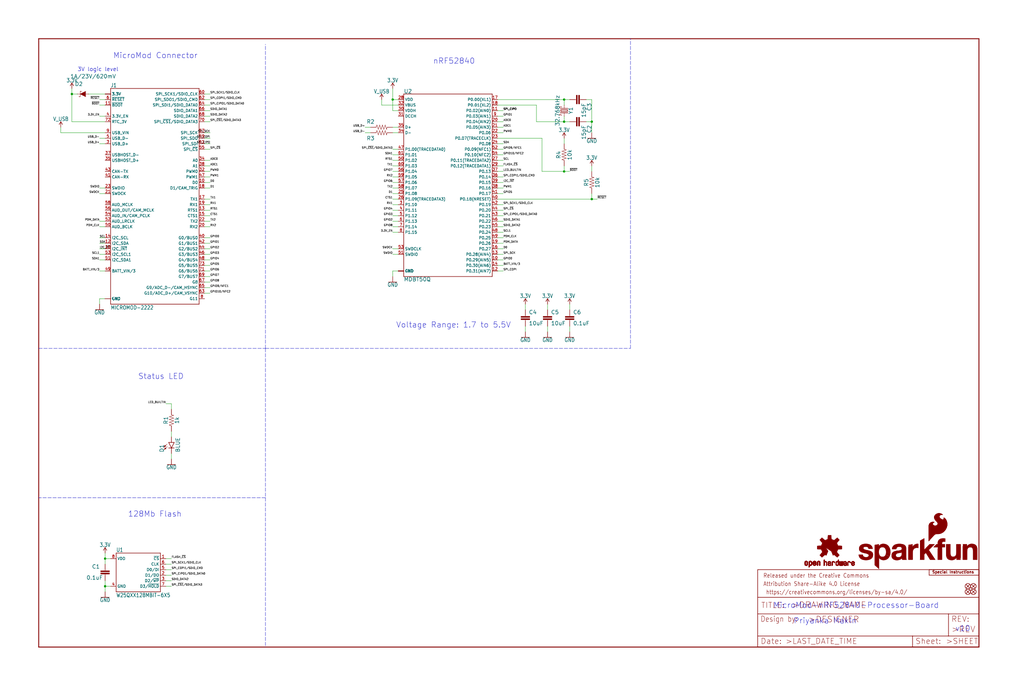
<source format=kicad_sch>
(kicad_sch (version 20211123) (generator eeschema)
  (paper "User" 470.306 317.906)
  (lib_symbols
    (symbol "eagleSchem-eagle-import:0.1UF-0402T-16V-10%"
      (property "Reference" "C" (at 1.524 2.921 0))
      (property "Value" "0.1UF-0402T-16V-10%" (at 1.524 -2.159 0))
      (symbol "0.1UF-0402T-16V-10%_1_0"
        (pin passive line (at 0 5.08 270) (length 2.54) (name "1") (number "1"))
        (pin passive line (at 0 -2.54 90) (length 2.54) (name "2") (number "2"))
      )
    )
    (symbol "eagleSchem-eagle-import:10KOHM-0402T-1{slash}16W-1%"
      (property "Reference" "R" (at 0 1.524 0))
      (property "Value" "10KOHM-0402T-1{slash}16W-1%" (at 0 -1.524 0))
      (symbol "10KOHM-0402T-1{slash}16W-1%_1_0"
        (pin passive line (at -5.08 0 0) (length 2.54) (name "1") (number "1"))
        (pin passive line (at 5.08 0 180) (length 2.54) (name "2") (number "2"))
      )
    )
    (symbol "eagleSchem-eagle-import:10UF-0402T-6.3V-20%"
      (property "Reference" "C" (at 1.524 2.921 0))
      (property "Value" "10UF-0402T-6.3V-20%" (at 1.524 -2.159 0))
      (symbol "10UF-0402T-6.3V-20%_1_0"
        (pin passive line (at 0 5.08 270) (length 2.54) (name "1") (number "1"))
        (pin passive line (at 0 -2.54 90) (length 2.54) (name "2") (number "2"))
      )
    )
    (symbol "eagleSchem-eagle-import:15PF-0402T-50V-5%"
      (property "Reference" "C" (at 1.524 2.921 0))
      (property "Value" "15PF-0402T-50V-5%" (at 1.524 -2.159 0))
      (symbol "15PF-0402T-50V-5%_1_0"
        (pin passive line (at 0 5.08 270) (length 2.54) (name "1") (number "1"))
        (pin passive line (at 0 -2.54 90) (length 2.54) (name "2") (number "2"))
      )
    )
    (symbol "eagleSchem-eagle-import:1KOHM-0402T-1{slash}16W-1%"
      (property "Reference" "R" (at 0 1.524 0))
      (property "Value" "1KOHM-0402T-1{slash}16W-1%" (at 0 -1.524 0))
      (symbol "1KOHM-0402T-1{slash}16W-1%_1_0"
        (pin passive line (at -5.08 0 0) (length 2.54) (name "1") (number "1"))
        (pin passive line (at 5.08 0 180) (length 2.54) (name "2") (number "2"))
      )
    )
    (symbol "eagleSchem-eagle-import:27OHM"
      (property "Reference" "R" (at 0 1.524 0))
      (property "Value" "27OHM" (at 0 -1.524 0))
      (symbol "27OHM_1_0"
        (pin passive line (at -5.08 0 0) (length 2.54) (name "1") (number "1"))
        (pin passive line (at 5.08 0 180) (length 2.54) (name "2") (number "2"))
      )
    )
    (symbol "eagleSchem-eagle-import:3.3V" (power)
      (property "Value" "3.3V" (at 0 2.794 0))
      (symbol "3.3V_1_0"
        (pin power_in line (at 0 0 90) (length 2.54) (name "3.3V") (number "1"))
      )
    )
    (symbol "eagleSchem-eagle-import:CRYSTAL-32.768KHZSMD-3.2X1.5"
      (property "Reference" "Y" (at 0 2.032 0))
      (property "Value" "CRYSTAL-32.768KHZSMD-3.2X1.5" (at 0 -2.032 0))
      (symbol "CRYSTAL-32.768KHZSMD-3.2X1.5_1_0"
        (text "1" (at -2.159 -1.143 0) (effects (font (size 0.8636 0.734)) (justify left bottom)))
        (text "2" (at 1.524 -1.143 0) (effects (font (size 0.8636 0.734)) (justify left bottom)))
        (pin passive line (at -2.54 0 0) (length 0) (name "1") (number "P$1"))
        (pin passive line (at 2.54 0 180) (length 0) (name "2") (number "P$2"))
      )
    )
    (symbol "eagleSchem-eagle-import:DIODE-SCHOTTKY-BAT20J"
      (property "Reference" "D" (at -2.54 2.032 0))
      (property "Value" "DIODE-SCHOTTKY-BAT20J" (at -2.54 -2.032 0))
      (symbol "DIODE-SCHOTTKY-BAT20J_1_0"
        (pin passive line (at -2.54 0 0) (length 0) (name "A") (number "A"))
        (pin passive line (at 2.54 0 180) (length 0) (name "C") (number "C"))
      )
    )
    (symbol "eagleSchem-eagle-import:FIDUCIALUFIDUCIAL")
    (symbol "eagleSchem-eagle-import:FRAME-LEDGER"
      (symbol "FRAME-LEDGER_2_0"
        (text " https://creativecommons.org/licenses/by-sa/4.0/" (at 2.54 24.13 0) (effects (font (size 1.9304 1.6408)) (justify left bottom)))
        (text ">DESIGNER" (at 23.114 11.176 0) (effects (font (size 2.7432 2.7432)) (justify left bottom)))
        (text ">DRAWING_NAME" (at 15.494 17.78 0) (effects (font (size 2.7432 2.7432)) (justify left bottom)))
        (text ">LAST_DATE_TIME" (at 12.7 1.27 0) (effects (font (size 2.54 2.54)) (justify left bottom)))
        (text ">REV" (at 88.9 6.604 0) (effects (font (size 2.7432 2.7432)) (justify left bottom)))
        (text ">SHEET" (at 86.36 1.27 0) (effects (font (size 2.54 2.54)) (justify left bottom)))
        (text "Attribution Share-Alike 4.0 License" (at 2.54 27.94 0) (effects (font (size 1.9304 1.6408)) (justify left bottom)))
        (text "Date:" (at 1.27 1.27 0) (effects (font (size 2.54 2.54)) (justify left bottom)))
        (text "Design by:" (at 1.27 11.43 0) (effects (font (size 2.54 2.159)) (justify left bottom)))
        (text "Released under the Creative Commons" (at 2.54 31.75 0) (effects (font (size 1.9304 1.6408)) (justify left bottom)))
        (text "REV:" (at 88.9 11.43 0) (effects (font (size 2.54 2.54)) (justify left bottom)))
        (text "Sheet:" (at 72.39 1.27 0) (effects (font (size 2.54 2.54)) (justify left bottom)))
        (text "TITLE:" (at 1.524 17.78 0) (effects (font (size 2.54 2.54)) (justify left bottom)))
      )
    )
    (symbol "eagleSchem-eagle-import:GND" (power)
      (property "Value" "GND" (at 0 -0.254 0))
      (symbol "GND_1_0"
        (pin power_in line (at 0 2.54 270) (length 2.54) (name "GND") (number "1"))
      )
    )
    (symbol "eagleSchem-eagle-import:LED-BLUE0603"
      (property "Reference" "D" (at -3.429 -4.572 90))
      (property "Value" "LED-BLUE0603" (at 1.905 -4.572 90))
      (symbol "LED-BLUE0603_1_0"
        (pin passive line (at 0 2.54 270) (length 2.54) (name "A") (number "A"))
        (pin passive line (at 0 -5.08 90) (length 2.54) (name "C") (number "C"))
      )
    )
    (symbol "eagleSchem-eagle-import:MDBT50Q"
      (property "Reference" "U" (at -20.32 38.354 0))
      (property "Value" "MDBT50Q" (at -20.32 -45.974 0))
      (symbol "MDBT50Q_1_0"
        (pin bidirectional line (at -22.86 -43.18 0) (length 2.54) (name "GND") (number "1"))
        (pin bidirectional line (at 22.86 -38.1 180) (length 2.54) (name "P0.29(AIN5)") (number "10"))
        (pin bidirectional line (at 22.86 30.48 180) (length 2.54) (name "P0.02(AIN0)") (number "11"))
        (pin bidirectional line (at 22.86 -43.18 180) (length 2.54) (name "P0.31(AIN7)") (number "12"))
        (pin bidirectional line (at 22.86 -35.56 180) (length 2.54) (name "P0.28(AIN4)") (number "13"))
        (pin bidirectional line (at 22.86 -40.64 180) (length 2.54) (name "P0.30(AIN6)") (number "14"))
        (pin bidirectional line (at -22.86 -43.18 0) (length 2.54) (name "GND") (number "15"))
        (pin bidirectional line (at 22.86 -33.02 180) (length 2.54) (name "P0.27") (number "16"))
        (pin bidirectional line (at 22.86 35.56 180) (length 2.54) (name "P0.00(XL1)") (number "17"))
        (pin bidirectional line (at 22.86 33.02 180) (length 2.54) (name "P0.01(XL2)") (number "18"))
        (pin bidirectional line (at 22.86 -30.48 180) (length 2.54) (name "P0.26") (number "19"))
        (pin bidirectional line (at -22.86 -43.18 0) (length 2.54) (name "GND") (number "2"))
        (pin bidirectional line (at 22.86 25.4 180) (length 2.54) (name "P0.04(AIN2)") (number "20"))
        (pin bidirectional line (at 22.86 22.86 180) (length 2.54) (name "P0.05(AIN3)") (number "21"))
        (pin bidirectional line (at 22.86 20.32 180) (length 2.54) (name "P0.06") (number "22"))
        (pin bidirectional line (at 22.86 17.78 180) (length 2.54) (name "P0.07(TRACECLK)") (number "23"))
        (pin bidirectional line (at 22.86 15.24 180) (length 2.54) (name "P0.08") (number "24"))
        (pin bidirectional line (at -22.86 -7.62 0) (length 2.54) (name "P1.08") (number "25"))
        (pin bidirectional line (at -22.86 -10.16 0) (length 2.54) (name "P1.09(TRACEDATA3)") (number "26"))
        (pin bidirectional line (at 22.86 7.62 180) (length 2.54) (name "P0.11(TRACEDATA2)") (number "27"))
        (pin bidirectional line (at -22.86 35.56 0) (length 2.54) (name "VDD") (number "28"))
        (pin bidirectional line (at 22.86 5.08 180) (length 2.54) (name "P0.12(TRACEDATA1)") (number "29"))
        (pin bidirectional line (at -22.86 -12.7 0) (length 2.54) (name "P1.10") (number "3"))
        (pin bidirectional line (at -22.86 30.48 0) (length 2.54) (name "VDDH") (number "30"))
        (pin bidirectional line (at -22.86 27.94 0) (length 2.54) (name "DCCH") (number "31"))
        (pin bidirectional line (at -22.86 33.02 0) (length 2.54) (name "VBUS") (number "32"))
        (pin bidirectional line (at -22.86 -43.18 0) (length 2.54) (name "GND") (number "33"))
        (pin bidirectional line (at -22.86 20.32 0) (length 2.54) (name "D-") (number "34"))
        (pin bidirectional line (at -22.86 22.86 0) (length 2.54) (name "D+") (number "35"))
        (pin bidirectional line (at 22.86 0 180) (length 2.54) (name "P0.14") (number "36"))
        (pin bidirectional line (at 22.86 2.54 180) (length 2.54) (name "P0.13") (number "37"))
        (pin bidirectional line (at 22.86 -5.08 180) (length 2.54) (name "P0.16") (number "38"))
        (pin bidirectional line (at 22.86 -2.54 180) (length 2.54) (name "P0.15") (number "39"))
        (pin bidirectional line (at -22.86 -15.24 0) (length 2.54) (name "P1.11") (number "4"))
        (pin bidirectional line (at 22.86 -10.16 180) (length 2.54) (name "P0.18(NRESET)") (number "40"))
        (pin bidirectional line (at 22.86 -7.62 180) (length 2.54) (name "P0.17") (number "41"))
        (pin bidirectional line (at 22.86 -12.7 180) (length 2.54) (name "P0.19") (number "42"))
        (pin bidirectional line (at 22.86 -17.78 180) (length 2.54) (name "P0.21") (number "43"))
        (pin bidirectional line (at 22.86 -15.24 180) (length 2.54) (name "P0.20") (number "44"))
        (pin bidirectional line (at 22.86 -22.86 180) (length 2.54) (name "P0.23") (number "45"))
        (pin bidirectional line (at 22.86 -20.32 180) (length 2.54) (name "P0.22") (number "46"))
        (pin bidirectional line (at -22.86 12.7 0) (length 2.54) (name "P1.00(TRACEDATA0)") (number "47"))
        (pin bidirectional line (at 22.86 -25.4 180) (length 2.54) (name "P0.24") (number "48"))
        (pin bidirectional line (at 22.86 -27.94 180) (length 2.54) (name "P0.25") (number "49"))
        (pin bidirectional line (at -22.86 -17.78 0) (length 2.54) (name "P1.12") (number "5"))
        (pin bidirectional line (at -22.86 7.62 0) (length 2.54) (name "P1.02") (number "50"))
        (pin bidirectional line (at -22.86 -35.56 0) (length 2.54) (name "SWDIO") (number "51"))
        (pin bidirectional line (at 22.86 12.7 180) (length 2.54) (name "P0.09(NFC1)") (number "52"))
        (pin bidirectional line (at -22.86 -33.02 0) (length 2.54) (name "SWDCLK") (number "53"))
        (pin bidirectional line (at 22.86 10.16 180) (length 2.54) (name "P0.10(NFC2)") (number "54"))
        (pin bidirectional line (at -22.86 -43.18 0) (length 2.54) (name "GND") (number "55"))
        (pin bidirectional line (at -22.86 2.54 0) (length 2.54) (name "P1.04") (number "56"))
        (pin bidirectional line (at -22.86 -2.54 0) (length 2.54) (name "P1.06") (number "57"))
        (pin bidirectional line (at -22.86 -5.08 0) (length 2.54) (name "P1.07") (number "58"))
        (pin bidirectional line (at -22.86 0 0) (length 2.54) (name "P1.05") (number "59"))
        (pin bidirectional line (at -22.86 -20.32 0) (length 2.54) (name "P1.13") (number "6"))
        (pin bidirectional line (at -22.86 5.08 0) (length 2.54) (name "P1.03") (number "60"))
        (pin bidirectional line (at -22.86 10.16 0) (length 2.54) (name "P1.01") (number "61"))
        (pin bidirectional line (at -22.86 -22.86 0) (length 2.54) (name "P1.14") (number "7"))
        (pin bidirectional line (at -22.86 -25.4 0) (length 2.54) (name "P1.15") (number "8"))
        (pin bidirectional line (at 22.86 27.94 180) (length 2.54) (name "P0.03(AIN1)") (number "9"))
      )
    )
    (symbol "eagleSchem-eagle-import:MICROMOD-2222"
      (property "Reference" "J" (at -20.32 53.848 0))
      (property "Value" "MICROMOD-2222" (at -20.32 -48.26 0))
      (symbol "MICROMOD-2222_1_0"
        (pin bidirectional line (at -22.86 -43.18 0) (length 2.54) (name "GND") (number "1"))
        (pin bidirectional line (at 22.86 10.16 180) (length 2.54) (name "D0") (number "10"))
        (pin bidirectional line (at -22.86 45.72 0) (length 2.54) (name "~{BOOT}") (number "11"))
        (pin bidirectional line (at -22.86 -17.78 0) (length 2.54) (name "I2C_SDA") (number "12"))
        (pin bidirectional line (at 22.86 -2.54 180) (length 2.54) (name "RTS1") (number "13"))
        (pin bidirectional line (at -22.86 -15.24 0) (length 2.54) (name "I2C_SCL") (number "14"))
        (pin bidirectional line (at 22.86 -5.08 180) (length 2.54) (name "CTS1") (number "15"))
        (pin bidirectional line (at -22.86 -20.32 0) (length 2.54) (name "I2C_~{INT}") (number "16"))
        (pin bidirectional line (at 22.86 2.54 180) (length 2.54) (name "TX1") (number "17"))
        (pin bidirectional line (at 22.86 7.62 180) (length 2.54) (name "D1/CAM_TRIG") (number "18"))
        (pin bidirectional line (at 22.86 0 180) (length 2.54) (name "RX1") (number "19"))
        (pin bidirectional line (at -22.86 50.8 0) (length 2.54) (name "3.3V") (number "2"))
        (pin bidirectional line (at 22.86 -10.16 180) (length 2.54) (name "RX2") (number "20"))
        (pin bidirectional line (at -22.86 5.08 0) (length 2.54) (name "SWDCK") (number "21"))
        (pin bidirectional line (at 22.86 -7.62 180) (length 2.54) (name "TX2") (number "22"))
        (pin bidirectional line (at -22.86 7.62 0) (length 2.54) (name "SWDIO") (number "23"))
        (pin bidirectional line (at -22.86 27.94 0) (length 2.54) (name "USB_D+") (number "3"))
        (pin bidirectional line (at 22.86 15.24 180) (length 2.54) (name "PWM0") (number "32"))
        (pin bidirectional line (at -22.86 -43.18 0) (length 2.54) (name "GND") (number "33"))
        (pin bidirectional line (at 22.86 20.32 180) (length 2.54) (name "A0") (number "34"))
        (pin bidirectional line (at -22.86 20.32 0) (length 2.54) (name "USBHOST_D+") (number "35"))
        (pin bidirectional line (at -22.86 -43.18 0) (length 2.54) (name "GND") (number "36"))
        (pin bidirectional line (at -22.86 22.86 0) (length 2.54) (name "USBHOST_D-") (number "37"))
        (pin bidirectional line (at 22.86 17.78 180) (length 2.54) (name "A1") (number "38"))
        (pin bidirectional line (at -22.86 -43.18 0) (length 2.54) (name "GND") (number "39"))
        (pin bidirectional line (at -22.86 40.64 0) (length 2.54) (name "3.3V_EN") (number "4"))
        (pin bidirectional line (at 22.86 -15.24 180) (length 2.54) (name "G0/BUS0") (number "40"))
        (pin bidirectional line (at -22.86 12.7 0) (length 2.54) (name "CAN-RX") (number "41"))
        (pin bidirectional line (at 22.86 -17.78 180) (length 2.54) (name "G1/BUS1") (number "42"))
        (pin bidirectional line (at -22.86 15.24 0) (length 2.54) (name "CAN-TX") (number "43"))
        (pin bidirectional line (at 22.86 -20.32 180) (length 2.54) (name "G2/BUS2") (number "44"))
        (pin bidirectional line (at -22.86 -43.18 0) (length 2.54) (name "GND") (number "45"))
        (pin bidirectional line (at 22.86 -22.86 180) (length 2.54) (name "G3/BUS3") (number "46"))
        (pin bidirectional line (at 22.86 12.7 180) (length 2.54) (name "PWM1") (number "47"))
        (pin bidirectional line (at 22.86 -25.4 180) (length 2.54) (name "G4/BUS4") (number "48"))
        (pin bidirectional line (at -22.86 -30.48 0) (length 2.54) (name "BATT_VIN/3") (number "49"))
        (pin bidirectional line (at -22.86 30.48 0) (length 2.54) (name "USB_D-") (number "5"))
        (pin bidirectional line (at -22.86 -10.16 0) (length 2.54) (name "AUD_BCLK") (number "50"))
        (pin bidirectional line (at -22.86 -25.4 0) (length 2.54) (name "I2C_SDA1") (number "51"))
        (pin bidirectional line (at -22.86 -7.62 0) (length 2.54) (name "AUD_LRCLK") (number "52"))
        (pin bidirectional line (at -22.86 -22.86 0) (length 2.54) (name "I2C_SCL1") (number "53"))
        (pin bidirectional line (at -22.86 -5.08 0) (length 2.54) (name "AUD_IN/CAM_PCLK") (number "54"))
        (pin bidirectional line (at 22.86 25.4 180) (length 2.54) (name "SPI_~{CS}") (number "55"))
        (pin bidirectional line (at -22.86 -2.54 0) (length 2.54) (name "AUD_OUT/CAM_MCLK") (number "56"))
        (pin bidirectional line (at 22.86 33.02 180) (length 2.54) (name "SPI_SCK") (number "57"))
        (pin bidirectional line (at -22.86 0 0) (length 2.54) (name "AUD_MCLK") (number "58"))
        (pin bidirectional line (at 22.86 30.48 180) (length 2.54) (name "SPI_SDO") (number "59"))
        (pin bidirectional line (at -22.86 48.26 0) (length 2.54) (name "~{RESET}") (number "6"))
        (pin bidirectional line (at 22.86 50.8 180) (length 2.54) (name "SPI_SCK1/SDIO_CLK") (number "60"))
        (pin bidirectional line (at 22.86 27.94 180) (length 2.54) (name "SPI_SDI") (number "61"))
        (pin bidirectional line (at 22.86 48.26 180) (length 2.54) (name "SPI_SDO1/SDIO_CMD") (number "62"))
        (pin bidirectional line (at 22.86 -40.64 180) (length 2.54) (name "G10/ADC_D+/CAM_VSYNC") (number "63"))
        (pin bidirectional line (at 22.86 45.72 180) (length 2.54) (name "SPI_SDI1/SDIO_DATA0") (number "64"))
        (pin bidirectional line (at 22.86 -38.1 180) (length 2.54) (name "G9/ADC_D-/CAM_HSYNC") (number "65"))
        (pin bidirectional line (at 22.86 43.18 180) (length 2.54) (name "SDIO_DATA1") (number "66"))
        (pin bidirectional line (at 22.86 -35.56 180) (length 2.54) (name "G8") (number "67"))
        (pin bidirectional line (at 22.86 40.64 180) (length 2.54) (name "SDIO_DATA2") (number "68"))
        (pin bidirectional line (at 22.86 -33.02 180) (length 2.54) (name "G7/BUS7") (number "69"))
        (pin bidirectional line (at -22.86 -43.18 0) (length 2.54) (name "GND") (number "7"))
        (pin bidirectional line (at 22.86 38.1 180) (length 2.54) (name "SPI_~{CS1}/SDIO_DATA3") (number "70"))
        (pin bidirectional line (at 22.86 -30.48 180) (length 2.54) (name "G6/BUS6") (number "71"))
        (pin bidirectional line (at -22.86 38.1 0) (length 2.54) (name "RTC_3V") (number "72"))
        (pin bidirectional line (at 22.86 -27.94 180) (length 2.54) (name "G5/BUS5") (number "73"))
        (pin bidirectional line (at -22.86 50.8 0) (length 2.54) (name "3.3V") (number "74"))
        (pin bidirectional line (at -22.86 -43.18 0) (length 2.54) (name "GND") (number "75"))
        (pin bidirectional line (at 22.86 -43.18 180) (length 2.54) (name "G11") (number "8"))
        (pin bidirectional line (at -22.86 33.02 0) (length 2.54) (name "USB_VIN") (number "9"))
        (pin bidirectional line (at -22.86 -43.18 0) (length 2.54) (name "GND") (number "GND1"))
        (pin bidirectional line (at -22.86 -43.18 0) (length 2.54) (name "GND") (number "GND2"))
        (pin bidirectional line (at -22.86 -43.18 0) (length 2.54) (name "GND") (number "GND3"))
      )
    )
    (symbol "eagleSchem-eagle-import:OSHW-LOGOMINI")
    (symbol "eagleSchem-eagle-import:SFE_LOGO_FLAME.1_INCH")
    (symbol "eagleSchem-eagle-import:SFE_LOGO_NAME_FLAME.1_INCH")
    (symbol "eagleSchem-eagle-import:SPECIAL_INSTRUCTIONS-ORDERING"
      (symbol "SPECIAL_INSTRUCTIONS-ORDERING_1_0"
        (text "Special Instructions" (at 1.27 0.6985 0) (effects (font (size 1.27 1.27) (thickness 0.254) bold) (justify left bottom)))
      )
    )
    (symbol "eagleSchem-eagle-import:V_USB" (power)
      (property "Value" "V_USB" (at 0 2.794 0))
      (symbol "V_USB_1_0"
        (pin power_in line (at 0 0 90) (length 2.54) (name "V_USB") (number "1"))
      )
    )
    (symbol "eagleSchem-eagle-import:W25QXX128MBIT-6X5"
      (property "Reference" "U" (at -10.16 8.128 0))
      (property "Value" "W25QXX128MBIT-6X5" (at -10.16 -12.7 0))
      (symbol "W25QXX128MBIT-6X5_1_0"
        (pin bidirectional line (at 12.7 5.08 180) (length 2.54) (name "~{CS}") (number "1"))
        (pin bidirectional line (at 12.7 -2.54 180) (length 2.54) (name "D1/DO") (number "2"))
        (pin bidirectional line (at 12.7 -5.08 180) (length 2.54) (name "D2/~{WP}") (number "3"))
        (pin bidirectional line (at -12.7 -7.62 0) (length 2.54) (name "GND") (number "4"))
        (pin bidirectional line (at 12.7 0 180) (length 2.54) (name "D0/DI") (number "5"))
        (pin bidirectional line (at 12.7 2.54 180) (length 2.54) (name "CLK") (number "6"))
        (pin bidirectional line (at 12.7 -7.62 180) (length 2.54) (name "D3/~{HOLD}") (number "7"))
        (pin bidirectional line (at -12.7 5.08 0) (length 2.54) (name "VDD") (number "8"))
      )
    )
  )
  (junction (at 271.78 91.44))
  (junction (at 48.26 256.54))
  (junction (at 259.08 55.88))
  (junction (at 259.08 78.74))
  (junction (at 48.26 269.24))
  (junction (at 259.08 45.72))
  (junction (at 33.02 43.18))
  (junction (at 180.34 45.72))
  (junction (at 271.78 55.88))
  (wire (pts (xy 48.26 104.14) (xy 45.72 104.14)))
  (wire (pts (xy 170.18 60.96) (xy 167.64 60.96)))
  (wire (pts (xy 78.74 198.12) (xy 78.74 200.66)))
  (wire (pts (xy 48.26 48.26) (xy 45.72 48.26)))
  (wire (pts (xy 48.26 43.18) (xy 40.64 43.18)))
  (wire (pts (xy 228.6 91.44) (xy 271.78 91.44)))
  (wire (pts (xy 76.2 256.54) (xy 78.74 256.54)))
  (polyline (pts (xy 121.92 160.02) (xy 121.92 228.6)))
  (wire (pts (xy 182.88 81.28) (xy 180.34 81.28)))
  (wire (pts (xy 259.08 63.5) (xy 259.08 66.04)))
  (wire (pts (xy 182.88 114.3) (xy 180.34 114.3)))
  (wire (pts (xy 182.88 86.36) (xy 180.34 86.36)))
  (wire (pts (xy 48.26 55.88) (xy 33.02 55.88)))
  (wire (pts (xy 271.78 55.88) (xy 269.24 55.88)))
  (wire (pts (xy 228.6 96.52) (xy 231.14 96.52)))
  (wire (pts (xy 48.26 86.36) (xy 45.72 86.36)))
  (wire (pts (xy 251.46 152.4) (xy 251.46 149.86)))
  (wire (pts (xy 228.6 121.92) (xy 231.14 121.92)))
  (wire (pts (xy 182.88 48.26) (xy 175.26 48.26)))
  (wire (pts (xy 93.98 83.82) (xy 96.52 83.82)))
  (wire (pts (xy 248.92 78.74) (xy 259.08 78.74)))
  (wire (pts (xy 228.6 73.66) (xy 231.14 73.66)))
  (wire (pts (xy 93.98 86.36) (xy 96.52 86.36)))
  (wire (pts (xy 228.6 101.6) (xy 231.14 101.6)))
  (wire (pts (xy 180.34 45.72) (xy 182.88 45.72)))
  (wire (pts (xy 48.26 101.6) (xy 45.72 101.6)))
  (wire (pts (xy 48.26 256.54) (xy 48.26 259.08)))
  (wire (pts (xy 93.98 78.74) (xy 96.52 78.74)))
  (wire (pts (xy 33.02 55.88) (xy 33.02 43.18)))
  (wire (pts (xy 50.8 256.54) (xy 48.26 256.54)))
  (wire (pts (xy 33.02 43.18) (xy 33.02 40.64)))
  (wire (pts (xy 78.74 210.82) (xy 78.74 208.28)))
  (wire (pts (xy 228.6 71.12) (xy 231.14 71.12)))
  (wire (pts (xy 76.2 269.24) (xy 78.74 269.24)))
  (wire (pts (xy 93.98 121.92) (xy 96.52 121.92)))
  (wire (pts (xy 228.6 76.2) (xy 231.14 76.2)))
  (wire (pts (xy 48.26 88.9) (xy 45.72 88.9)))
  (wire (pts (xy 271.78 91.44) (xy 274.32 91.44)))
  (wire (pts (xy 228.6 55.88) (xy 231.14 55.88)))
  (wire (pts (xy 48.26 45.72) (xy 45.72 45.72)))
  (wire (pts (xy 93.98 109.22) (xy 96.52 109.22)))
  (wire (pts (xy 271.78 76.2) (xy 271.78 78.74)))
  (wire (pts (xy 48.26 137.16) (xy 45.72 137.16)))
  (wire (pts (xy 251.46 142.24) (xy 251.46 139.7)))
  (polyline (pts (xy 121.92 160.02) (xy 121.92 20.32)))
  (wire (pts (xy 93.98 132.08) (xy 96.52 132.08)))
  (wire (pts (xy 228.6 116.84) (xy 231.14 116.84)))
  (wire (pts (xy 93.98 116.84) (xy 96.52 116.84)))
  (polyline (pts (xy 121.92 160.02) (xy 289.56 160.02)))
  (wire (pts (xy 48.26 269.24) (xy 50.8 269.24)))
  (wire (pts (xy 48.26 256.54) (xy 48.26 254)))
  (wire (pts (xy 228.6 99.06) (xy 231.14 99.06)))
  (wire (pts (xy 182.88 99.06) (xy 180.34 99.06)))
  (wire (pts (xy 182.88 91.44) (xy 180.34 91.44)))
  (wire (pts (xy 271.78 55.88) (xy 271.78 60.96)))
  (wire (pts (xy 93.98 93.98) (xy 96.52 93.98)))
  (wire (pts (xy 93.98 96.52) (xy 96.52 96.52)))
  (wire (pts (xy 228.6 106.68) (xy 231.14 106.68)))
  (wire (pts (xy 182.88 124.46) (xy 180.34 124.46)))
  (wire (pts (xy 93.98 99.06) (xy 96.52 99.06)))
  (wire (pts (xy 259.08 78.74) (xy 259.08 76.2)))
  (wire (pts (xy 48.26 66.04) (xy 45.72 66.04)))
  (wire (pts (xy 228.6 93.98) (xy 231.14 93.98)))
  (wire (pts (xy 228.6 83.82) (xy 231.14 83.82)))
  (wire (pts (xy 180.34 45.72) (xy 180.34 40.64)))
  (wire (pts (xy 93.98 73.66) (xy 96.52 73.66)))
  (wire (pts (xy 48.26 111.76) (xy 45.72 111.76)))
  (wire (pts (xy 182.88 71.12) (xy 180.34 71.12)))
  (wire (pts (xy 93.98 63.5) (xy 96.52 63.5)))
  (wire (pts (xy 228.6 53.34) (xy 231.14 53.34)))
  (wire (pts (xy 93.98 104.14) (xy 96.52 104.14)))
  (wire (pts (xy 93.98 55.88) (xy 96.52 55.88)))
  (polyline (pts (xy 121.92 228.6) (xy 121.92 297.18)))
  (wire (pts (xy 228.6 50.8) (xy 231.14 50.8)))
  (polyline (pts (xy 121.92 228.6) (xy 17.78 228.6)))
  (wire (pts (xy 93.98 81.28) (xy 96.52 81.28)))
  (wire (pts (xy 93.98 68.58) (xy 96.52 68.58)))
  (wire (pts (xy 228.6 109.22) (xy 231.14 109.22)))
  (wire (pts (xy 228.6 88.9) (xy 231.14 88.9)))
  (wire (pts (xy 271.78 91.44) (xy 271.78 88.9)))
  (wire (pts (xy 228.6 119.38) (xy 231.14 119.38)))
  (wire (pts (xy 228.6 111.76) (xy 231.14 111.76)))
  (wire (pts (xy 93.98 101.6) (xy 96.52 101.6)))
  (wire (pts (xy 228.6 104.14) (xy 231.14 104.14)))
  (wire (pts (xy 182.88 83.82) (xy 180.34 83.82)))
  (polyline (pts (xy 289.56 160.02) (xy 289.56 17.78)))
  (wire (pts (xy 182.88 68.58) (xy 180.34 68.58)))
  (wire (pts (xy 182.88 96.52) (xy 180.34 96.52)))
  (wire (pts (xy 48.26 109.22) (xy 45.72 109.22)))
  (wire (pts (xy 246.38 55.88) (xy 246.38 48.26)))
  (wire (pts (xy 271.78 45.72) (xy 271.78 55.88)))
  (wire (pts (xy 180.34 50.8) (xy 180.34 45.72)))
  (wire (pts (xy 93.98 114.3) (xy 96.52 114.3)))
  (wire (pts (xy 228.6 124.46) (xy 231.14 124.46)))
  (wire (pts (xy 76.2 261.62) (xy 78.74 261.62)))
  (wire (pts (xy 259.08 45.72) (xy 259.08 48.26)))
  (wire (pts (xy 228.6 48.26) (xy 246.38 48.26)))
  (wire (pts (xy 78.74 187.96) (xy 78.74 185.42)))
  (wire (pts (xy 48.26 60.96) (xy 27.94 60.96)))
  (wire (pts (xy 241.3 142.24) (xy 241.3 139.7)))
  (wire (pts (xy 93.98 45.72) (xy 96.52 45.72)))
  (wire (pts (xy 78.74 185.42) (xy 76.2 185.42)))
  (wire (pts (xy 182.88 50.8) (xy 180.34 50.8)))
  (wire (pts (xy 228.6 81.28) (xy 231.14 81.28)))
  (wire (pts (xy 78.74 266.7) (xy 76.2 266.7)))
  (wire (pts (xy 182.88 106.68) (xy 180.34 106.68)))
  (wire (pts (xy 228.6 66.04) (xy 231.14 66.04)))
  (wire (pts (xy 48.26 269.24) (xy 48.26 271.78)))
  (wire (pts (xy 93.98 53.34) (xy 96.52 53.34)))
  (wire (pts (xy 182.88 76.2) (xy 180.34 76.2)))
  (polyline (pts (xy 17.78 160.02) (xy 121.92 160.02)))
  (wire (pts (xy 228.6 45.72) (xy 259.08 45.72)))
  (wire (pts (xy 180.34 60.96) (xy 182.88 60.96)))
  (wire (pts (xy 93.98 91.44) (xy 96.52 91.44)))
  (wire (pts (xy 93.98 50.8) (xy 96.52 50.8)))
  (wire (pts (xy 48.26 63.5) (xy 45.72 63.5)))
  (wire (pts (xy 180.34 124.46) (xy 180.34 127)))
  (wire (pts (xy 175.26 48.26) (xy 175.26 45.72)))
  (wire (pts (xy 48.26 266.7) (xy 48.26 269.24)))
  (wire (pts (xy 93.98 127) (xy 96.52 127)))
  (wire (pts (xy 261.62 142.24) (xy 261.62 139.7)))
  (wire (pts (xy 93.98 43.18) (xy 96.52 43.18)))
  (wire (pts (xy 93.98 66.04) (xy 96.52 66.04)))
  (wire (pts (xy 93.98 134.62) (xy 96.52 134.62)))
  (wire (pts (xy 35.56 43.18) (xy 33.02 43.18)))
  (wire (pts (xy 182.88 104.14) (xy 180.34 104.14)))
  (wire (pts (xy 76.2 259.08) (xy 78.74 259.08)))
  (wire (pts (xy 182.88 78.74) (xy 180.34 78.74)))
  (wire (pts (xy 93.98 60.96) (xy 96.52 60.96)))
  (wire (pts (xy 228.6 58.42) (xy 231.14 58.42)))
  (wire (pts (xy 93.98 48.26) (xy 96.52 48.26)))
  (wire (pts (xy 228.6 86.36) (xy 231.14 86.36)))
  (wire (pts (xy 93.98 76.2) (xy 96.52 76.2)))
  (wire (pts (xy 259.08 78.74) (xy 261.62 78.74)))
  (wire (pts (xy 259.08 55.88) (xy 261.62 55.88)))
  (wire (pts (xy 259.08 45.72) (xy 261.62 45.72)))
  (wire (pts (xy 45.72 137.16) (xy 45.72 139.7)))
  (wire (pts (xy 93.98 111.76) (xy 96.52 111.76)))
  (wire (pts (xy 228.6 63.5) (xy 248.92 63.5)))
  (wire (pts (xy 48.26 119.38) (xy 45.72 119.38)))
  (wire (pts (xy 93.98 129.54) (xy 96.52 129.54)))
  (wire (pts (xy 182.88 101.6) (xy 180.34 101.6)))
  (wire (pts (xy 228.6 68.58) (xy 231.14 68.58)))
  (wire (pts (xy 228.6 78.74) (xy 231.14 78.74)))
  (wire (pts (xy 228.6 114.3) (xy 231.14 114.3)))
  (wire (pts (xy 76.2 264.16) (xy 78.74 264.16)))
  (wire (pts (xy 261.62 152.4) (xy 261.62 149.86)))
  (wire (pts (xy 48.26 53.34) (xy 45.72 53.34)))
  (wire (pts (xy 182.88 93.98) (xy 180.34 93.98)))
  (wire (pts (xy 48.26 124.46) (xy 45.72 124.46)))
  (wire (pts (xy 269.24 45.72) (xy 271.78 45.72)))
  (wire (pts (xy 259.08 55.88) (xy 246.38 55.88)))
  (wire (pts (xy 93.98 119.38) (xy 96.52 119.38)))
  (wire (pts (xy 93.98 124.46) (xy 96.52 124.46)))
  (wire (pts (xy 228.6 60.96) (xy 231.14 60.96)))
  (wire (pts (xy 48.26 116.84) (xy 45.72 116.84)))
  (wire (pts (xy 180.34 58.42) (xy 182.88 58.42)))
  (wire (pts (xy 182.88 116.84) (xy 180.34 116.84)))
  (wire (pts (xy 27.94 60.96) (xy 27.94 58.42)))
  (wire (pts (xy 182.88 73.66) (xy 180.34 73.66)))
  (wire (pts (xy 48.26 114.3) (xy 45.72 114.3)))
  (wire (pts (xy 182.88 88.9) (xy 180.34 88.9)))
  (wire (pts (xy 248.92 63.5) (xy 248.92 78.74)))
  (wire (pts (xy 241.3 152.4) (xy 241.3 149.86)))
  (wire (pts (xy 170.18 58.42) (xy 167.64 58.42)))
  (wire (pts (xy 259.08 53.34) (xy 259.08 55.88)))
  (text "Voltage Range: 1.7 to 5.5V" (at 208.28 149.352 180) (effects (font (size 2.54 2.54))))
  (text "v10" (at 442.214 288.798 180) (effects (font (size 2.54 2.54))))
  (text "MicroMod-nRF52840-Processor-Board" (at 393.192 278.13 180) (effects (font (size 2.54 2.54))))
  (text "128Mb Flash" (at 71.12 236.22 180) (effects (font (size 2.54 2.54))))
  (text "Status LED" (at 73.914 172.974 180) (effects (font (size 2.54 2.54))))
  (text "nRF52840" (at 208.534 28.194 180) (effects (font (size 2.54 2.54))))
  (text "MicroMod Connector" (at 71.374 25.654 180) (effects (font (size 2.54 2.54))))
  (text "Priyanka Makin" (at 378.968 285.242 180) (effects (font (size 2.54 2.54))))
  (text "3V logic level" (at 35.56 33.02 180) (effects (font (size 1.778 1.778)) (justify left bottom)))
  (label "SPI_~{CS}" (at 231.14 96.52 0) (effects (font (size 0.889 0.889))))
  (label "SPI_SCK" (at 231.14 116.84 0) (effects (font (size 0.889 0.889))))
  (label "RX2" (at 96.52 104.14 0) (effects (font (size 0.889 0.889))))
  (label "TX2" (at 96.52 101.6 0) (effects (font (size 0.889 0.889))))
  (label "GPIO0" (at 231.14 119.38 0) (effects (font (size 0.889 0.889))))
  (label "SDA" (at 231.14 66.04 0) (effects (font (size 0.889 0.889))))
  (label "FLASH_~{CS}" (at 231.14 76.2 0) (effects (font (size 0.889 0.889))))
  (label "I2C_~{INT}" (at 45.72 114.3 0) (effects (font (size 0.889 0.889))))
  (label "USB_D+" (at 167.64 58.42 180) (effects (font (size 0.889 0.889))))
  (label "3.3V_EN" (at 45.72 53.34 180) (effects (font (size 0.889 0.889))))
  (label "SDIO_DATA1" (at 231.14 101.6 0) (effects (font (size 0.889 0.889))))
  (label "PWM0" (at 231.14 60.96 0) (effects (font (size 0.889 0.889))))
  (label "SWDCK" (at 45.72 88.9 180) (effects (font (size 0.889 0.889))))
  (label "SDIO_DATA2" (at 78.74 266.7 0) (effects (font (size 0.889 0.889))))
  (label "SPI_CIPO" (at 96.52 66.04 180) (effects (font (size 0.889 0.889))))
  (label "GPIO8" (at 180.34 104.14 180) (effects (font (size 0.889 0.889))))
  (label "SPI_~{CS1}/SDIO_DATA3" (at 180.34 68.58 180) (effects (font (size 0.889 0.889))))
  (label "SWDIO" (at 45.72 86.36 180) (effects (font (size 0.889 0.889))))
  (label "RTS1" (at 96.52 96.52 0) (effects (font (size 0.889 0.889))))
  (label "RX1" (at 180.34 93.98 180) (effects (font (size 0.889 0.889))))
  (label "TX1" (at 96.52 91.44 0) (effects (font (size 0.889 0.889))))
  (label "GPIO1" (at 96.52 111.76 0) (effects (font (size 0.889 0.889))))
  (label "GPIO7" (at 180.34 78.74 180) (effects (font (size 0.889 0.889))))
  (label "ADC1" (at 231.14 58.42 0) (effects (font (size 0.889 0.889))))
  (label "PWM1" (at 96.52 81.28 0) (effects (font (size 0.889 0.889))))
  (label "GPIO5" (at 96.52 121.92 0) (effects (font (size 0.889 0.889))))
  (label "GPIO2" (at 96.52 114.3 0) (effects (font (size 0.889 0.889))))
  (label "TX1" (at 180.34 76.2 180) (effects (font (size 0.889 0.889))))
  (label "BATT_VIN/3" (at 45.72 124.46 180) (effects (font (size 0.889 0.889))))
  (label "D1" (at 96.52 86.36 0) (effects (font (size 0.889 0.889))))
  (label "GPIO0" (at 96.52 109.22 0) (effects (font (size 0.889 0.889))))
  (label "D1" (at 180.34 88.9 180) (effects (font (size 0.889 0.889))))
  (label "SDIO_DATA2" (at 96.52 53.34 0) (effects (font (size 0.889 0.889))))
  (label "~{RESET}" (at 274.32 91.44 0) (effects (font (size 0.889 0.889))))
  (label "SWDIO" (at 180.34 116.84 180) (effects (font (size 0.889 0.889))))
  (label "SDA1" (at 180.34 71.12 180) (effects (font (size 0.889 0.889))))
  (label "SPI_SCK1/SDIO_CLK" (at 78.74 259.08 0) (effects (font (size 0.889 0.889))))
  (label "GPIO8" (at 96.52 129.54 0) (effects (font (size 0.889 0.889))))
  (label "SWDCK" (at 180.34 114.3 180) (effects (font (size 0.889 0.889))))
  (label "PWM0" (at 96.52 78.74 0) (effects (font (size 0.889 0.889))))
  (label "PDM_CLK" (at 45.72 104.14 180) (effects (font (size 0.889 0.889))))
  (label "SDA" (at 45.72 111.76 0) (effects (font (size 0.889 0.889))))
  (label "FLASH_~{CS}" (at 78.74 256.54 0) (effects (font (size 0.889 0.889))))
  (label "BATT_VIN/3" (at 231.14 121.92 0) (effects (font (size 0.889 0.889))))
  (label "SPI_COPI" (at 231.14 124.46 0) (effects (font (size 0.889 0.889))))
  (label "USB_D-" (at 167.64 60.96 180) (effects (font (size 0.889 0.889))))
  (label "SPI_SCK1/SDIO_CLK" (at 96.52 43.18 0) (effects (font (size 0.889 0.889))))
  (label "SPI_COPI1/SDIO_CMD" (at 231.14 81.28 0) (effects (font (size 0.889 0.889))))
  (label "PDM_DATA" (at 231.14 111.76 0) (effects (font (size 0.889 0.889))))
  (label "PDM_CLK" (at 231.14 109.22 0) (effects (font (size 0.889 0.889))))
  (label "GPIO5" (at 231.14 88.9 0) (effects (font (size 0.889 0.889))))
  (label "SPI_CIPO1/SDIO_DATA0" (at 96.52 48.26 0) (effects (font (size 0.889 0.889))))
  (label "~{BOOT}" (at 261.62 78.74 0) (effects (font (size 0.889 0.889))))
  (label "SCL" (at 45.72 109.22 0) (effects (font (size 0.889 0.889))))
  (label "SPI_CIPO" (at 231.14 50.8 0) (effects (font (size 0.889 0.889))))
  (label "GPIO1" (at 231.14 53.34 0) (effects (font (size 0.889 0.889))))
  (label "GPIO9/NFC1" (at 96.52 132.08 0) (effects (font (size 0.889 0.889))))
  (label "SPI_COPI1/SDIO_CMD" (at 96.52 45.72 0) (effects (font (size 0.889 0.889))))
  (label "GPIO4" (at 96.52 119.38 0) (effects (font (size 0.889 0.889))))
  (label "SDA1" (at 45.72 119.38 180) (effects (font (size 0.889 0.889))))
  (label "PDM_DATA" (at 45.72 101.6 180) (effects (font (size 0.889 0.889))))
  (label "ADC0" (at 231.14 55.88 0) (effects (font (size 0.889 0.889))))
  (label "GPIO3" (at 96.52 116.84 0) (effects (font (size 0.889 0.889))))
  (label "USB_D+" (at 45.72 66.04 180) (effects (font (size 0.889 0.889))))
  (label "CTS1" (at 180.34 91.44 180) (effects (font (size 0.889 0.889))))
  (label "RX1" (at 96.52 93.98 0) (effects (font (size 0.889 0.889))))
  (label "SPI_CIPO" (at 231.14 50.8 0) (effects (font (size 0.889 0.889))))
  (label "LED_BUILTIN" (at 231.14 78.74 0) (effects (font (size 0.889 0.889))))
  (label "SPI_SCK" (at 96.52 60.96 180) (effects (font (size 0.889 0.889))))
  (label "D0" (at 231.14 114.3 0) (effects (font (size 0.889 0.889))))
  (label "3.3V_EN" (at 180.34 106.68 180) (effects (font (size 0.889 0.889))))
  (label "~{RESET}" (at 45.72 45.72 180) (effects (font (size 0.889 0.889))))
  (label "GPIO6" (at 180.34 83.82 180) (effects (font (size 0.889 0.889))))
  (label "GPIO3" (at 180.34 99.06 180) (effects (font (size 0.889 0.889))))
  (label "SPI_~{CS}" (at 96.52 68.58 0) (effects (font (size 0.889 0.889))))
  (label "SPI_CIPO1/SDIO_DATA0" (at 78.74 264.16 0) (effects (font (size 0.889 0.889))))
  (label "GPIO9/NFC1" (at 231.14 68.58 0) (effects (font (size 0.889 0.889))))
  (label "GPIO4" (at 180.34 96.52 180) (effects (font (size 0.889 0.889))))
  (label "I2C_~{INT}" (at 231.14 83.82 0) (effects (font (size 0.889 0.889))))
  (label "D0" (at 96.52 83.82 0) (effects (font (size 0.889 0.889))))
  (label "SDIO_DATA2" (at 231.14 104.14 0) (effects (font (size 0.889 0.889))))
  (label "~{BOOT}" (at 45.72 48.26 180) (effects (font (size 0.889 0.889))))
  (label "CTS1" (at 96.52 99.06 0) (effects (font (size 0.889 0.889))))
  (label "ADC1" (at 96.52 76.2 0) (effects (font (size 0.889 0.889))))
  (label "GPIO10/NFC2" (at 96.52 134.62 0) (effects (font (size 0.889 0.889))))
  (label "RTS1" (at 180.34 73.66 180) (effects (font (size 0.889 0.889))))
  (label "SPI_~{CS1}/SDIO_DATA3" (at 96.52 55.88 0) (effects (font (size 0.889 0.889))))
  (label "ADC0" (at 96.52 73.66 0) (effects (font (size 0.889 0.889))))
  (label "SPI_COPI" (at 96.52 63.5 180) (effects (font (size 0.889 0.889))))
  (label "TX2" (at 180.34 86.36 180) (effects (font (size 0.889 0.889))))
  (label "SCL" (at 231.14 73.66 0) (effects (font (size 0.889 0.889))))
  (label "GPIO7" (at 96.52 127 0) (effects (font (size 0.889 0.889))))
  (label "USB_D-" (at 45.72 63.5 180) (effects (font (size 0.889 0.889))))
  (label "GPIO6" (at 96.52 124.46 0) (effects (font (size 0.889 0.889))))
  (label "PWM1" (at 231.14 86.36 0) (effects (font (size 0.889 0.889))))
  (label "GPIO10/NFC2" (at 231.14 71.12 0) (effects (font (size 0.889 0.889))))
  (label "SCL1" (at 231.14 106.68 0) (effects (font (size 0.889 0.889))))
  (label "GPIO2" (at 180.34 101.6 180) (effects (font (size 0.889 0.889))))
  (label "SCL1" (at 45.72 116.84 180) (effects (font (size 0.889 0.889))))
  (label "RX2" (at 180.34 81.28 180) (effects (font (size 0.889 0.889))))
  (label "LED_BUILTIN" (at 76.2 185.42 180) (effects (font (size 0.889 0.889))))
  (label "SPI_~{CS1}/SDIO_DATA3" (at 78.74 269.24 0) (effects (font (size 0.889 0.889))))
  (label "SPI_CIPO1/SDIO_DATA0" (at 231.14 99.06 0) (effects (font (size 0.889 0.889))))
  (label "SPI_SCK1/SDIO_CLK" (at 231.14 93.98 0) (effects (font (size 0.889 0.889))))
  (label "SDIO_DATA1" (at 96.52 50.8 0) (effects (font (size 0.889 0.889))))
  (label "SPI_COPI1/SDIO_CMD" (at 78.74 261.62 0) (effects (font (size 0.889 0.889))))
  (symbol (lib_id "eagleSchem-eagle-import:GND") (at 261.62 154.94 0) (unit 1)
    (property "Reference" "#GND8" (effects hide))
    (property "Value" "GND" (at 261.62 155.194 0) (effects (font (size 1.778 1.5113)) (justify top)))
    (property "Footprint" "eagleSchem:" (effects hide))
  )
  (symbol (lib_id "eagleSchem-eagle-import:1KOHM-0402T-1{slash}16W-1%") (at 78.74 193.04 90) (unit 1)
    (property "Reference" "R1" (at 77.216 193.04 0) (effects (font (size 1.778 1.778)) (justify bottom)))
    (property "Value" "1k" (at 80.264 193.04 0) (effects (font (size 1.778 1.778)) (justify top)))
    (property "Footprint" "eagleSchem:0402-TIGHT" (effects hide))
  )
  (symbol (lib_id "eagleSchem-eagle-import:V_USB") (at 175.26 45.72 0) (unit 1)
    (property "Reference" "#SUPPLY10" (effects hide))
    (property "Value" "V_USB" (at 175.26 42.926 0) (effects (font (size 1.778 1.5113)) (justify bottom)))
    (property "Footprint" "eagleSchem:" (effects hide))
  )
  (symbol (lib_id "eagleSchem-eagle-import:3.3V") (at 251.46 139.7 0) (unit 1)
    (property "Reference" "#SUPPLY5" (effects hide))
    (property "Value" "3.3V" (at 251.46 136.906 0) (effects (font (size 1.778 1.5113)) (justify bottom)))
    (property "Footprint" "eagleSchem:" (effects hide))
  )
  (symbol (lib_id "eagleSchem-eagle-import:CRYSTAL-32.768KHZSMD-3.2X1.5") (at 259.08 50.8 270) (unit 1)
    (property "Reference" "Y1" (at 261.112 50.8 0) (effects (font (size 1.778 1.778)) (justify bottom)))
    (property "Value" "32.768kHz" (at 257.048 50.8 0) (effects (font (size 1.778 1.778)) (justify top)))
    (property "Footprint" "eagleSchem:CRYSTAL-SMD-3.2X1.5MM" (effects hide))
  )
  (symbol (lib_id "eagleSchem-eagle-import:FIDUCIALUFIDUCIAL") (at 447.04 269.24 0) (unit 1)
    (property "Reference" "FD4" (effects hide))
    (property "Value" "FIDUCIALUFIDUCIAL" (effects hide))
    (property "Footprint" "eagleSchem:FIDUCIAL-MICRO" (effects hide))
  )
  (symbol (lib_id "eagleSchem-eagle-import:FRAME-LEDGER") (at 17.78 297.18 0) (unit 1)
    (property "Reference" "FRAME1" (effects hide))
    (property "Value" "FRAME-LEDGER" (effects hide))
    (property "Footprint" "eagleSchem:CREATIVE_COMMONS" (effects hide))
  )
  (symbol (lib_id "eagleSchem-eagle-import:SPECIAL_INSTRUCTIONS-ORDERING") (at 426.72 264.16 0) (unit 1)
    (property "Reference" "LOGO4" (effects hide))
    (property "Value" "SPECIAL_INSTRUCTIONS-ORDERING" (effects hide))
    (property "Footprint" "eagleSchem:ORDERING_INSTRUCTIONS" (effects hide))
  )
  (symbol (lib_id "eagleSchem-eagle-import:3.3V") (at 180.34 40.64 0) (unit 1)
    (property "Reference" "#SUPPLY3" (effects hide))
    (property "Value" "3.3V" (at 180.34 37.846 0) (effects (font (size 1.778 1.5113)) (justify bottom)))
    (property "Footprint" "eagleSchem:" (effects hide))
  )
  (symbol (lib_id "eagleSchem-eagle-import:LED-BLUE0603") (at 78.74 203.2 0) (unit 1)
    (property "Reference" "D1" (at 75.311 207.772 90) (effects (font (size 1.778 1.778)) (justify left bottom)))
    (property "Value" "BLUE" (at 80.645 207.772 90) (effects (font (size 1.778 1.778)) (justify left top)))
    (property "Footprint" "eagleSchem:LED-0603" (effects hide))
  )
  (symbol (lib_id "eagleSchem-eagle-import:GND") (at 48.26 274.32 0) (unit 1)
    (property "Reference" "#GND2" (effects hide))
    (property "Value" "GND" (at 48.26 274.574 0) (effects (font (size 1.778 1.5113)) (justify top)))
    (property "Footprint" "eagleSchem:" (effects hide))
  )
  (symbol (lib_id "eagleSchem-eagle-import:DIODE-SCHOTTKY-BAT20J") (at 38.1 43.18 180) (unit 1)
    (property "Reference" "D2" (at 38.1 37.592 0) (effects (font (size 1.778 1.778)) (justify left bottom)))
    (property "Value" "1A/23V/620mV" (at 53.34 36.068 0) (effects (font (size 1.778 1.778)) (justify left top)))
    (property "Footprint" "eagleSchem:SOD-323" (effects hide))
  )
  (symbol (lib_id "eagleSchem-eagle-import:GND") (at 78.74 213.36 0) (unit 1)
    (property "Reference" "#GND3" (effects hide))
    (property "Value" "GND" (at 78.74 213.614 0) (effects (font (size 1.778 1.5113)) (justify top)))
    (property "Footprint" "eagleSchem:" (effects hide))
  )
  (symbol (lib_id "eagleSchem-eagle-import:GND") (at 180.34 129.54 0) (unit 1)
    (property "Reference" "#GND4" (effects hide))
    (property "Value" "GND" (at 180.34 129.794 0) (effects (font (size 1.778 1.5113)) (justify top)))
    (property "Footprint" "eagleSchem:" (effects hide))
  )
  (symbol (lib_id "eagleSchem-eagle-import:27OHM") (at 175.26 60.96 0) (unit 1)
    (property "Reference" "R3" (at 170.18 64.516 0) (effects (font (size 1.778 1.778)) (justify bottom)))
    (property "Value" "27OHM" (at 180.34 62.484 0) (effects (font (size 1.778 1.778)) (justify top)))
    (property "Footprint" "eagleSchem:0402-TIGHT" (effects hide))
    (property "Value" "27OHM" (effects hide))
  )
  (symbol (lib_id "eagleSchem-eagle-import:GND") (at 241.3 154.94 0) (unit 1)
    (property "Reference" "#GND6" (effects hide))
    (property "Value" "GND" (at 241.3 155.194 0) (effects (font (size 1.778 1.5113)) (justify top)))
    (property "Footprint" "eagleSchem:" (effects hide))
  )
  (symbol (lib_id "eagleSchem-eagle-import:3.3V") (at 261.62 139.7 0) (unit 1)
    (property "Reference" "#SUPPLY6" (effects hide))
    (property "Value" "3.3V" (at 261.62 136.906 0) (effects (font (size 1.778 1.5113)) (justify bottom)))
    (property "Footprint" "eagleSchem:" (effects hide))
  )
  (symbol (lib_id "eagleSchem-eagle-import:3.3V") (at 259.08 63.5 0) (unit 1)
    (property "Reference" "#SUPPLY7" (effects hide))
    (property "Value" "3.3V" (at 259.08 60.706 0) (effects (font (size 1.778 1.5113)) (justify bottom)))
    (property "Footprint" "eagleSchem:" (effects hide))
  )
  (symbol (lib_id "eagleSchem-eagle-import:0.1UF-0402T-16V-10%") (at 48.26 264.16 0) (unit 1)
    (property "Reference" "C1" (at 42.164 261.239 0) (effects (font (size 1.778 1.778)) (justify left bottom)))
    (property "Value" "0.1uF" (at 39.624 266.319 0) (effects (font (size 1.778 1.778)) (justify left bottom)))
    (property "Footprint" "eagleSchem:0402-TIGHT" (effects hide))
  )
  (symbol (lib_id "eagleSchem-eagle-import:15PF-0402T-50V-5%") (at 264.16 45.72 270) (unit 1)
    (property "Reference" "C3" (at 269.621 47.244 0) (effects (font (size 1.778 1.778)) (justify left bottom)))
    (property "Value" "15pF" (at 267.081 47.244 0) (effects (font (size 1.778 1.778)) (justify left bottom)))
    (property "Footprint" "eagleSchem:0402-TIGHT" (effects hide))
  )
  (symbol (lib_id "eagleSchem-eagle-import:MDBT50Q") (at 205.74 81.28 0) (unit 1)
    (property "Reference" "U2" (at 185.42 42.926 0) (effects (font (size 1.778 1.778)) (justify left bottom)))
    (property "Value" "MDBT50Q" (at 185.42 127.254 0) (effects (font (size 1.778 1.778)) (justify left top)))
    (property "Footprint" "eagleSchem:MDBT50Q" (effects hide))
  )
  (symbol (lib_id "eagleSchem-eagle-import:W25QXX128MBIT-6X5") (at 63.5 261.62 0) (unit 1)
    (property "Reference" "U1" (at 53.34 253.492 0) (effects (font (size 1.778 1.5113)) (justify left bottom)))
    (property "Value" "W25QXX128MBIT-6X5" (at 53.34 274.32 0) (effects (font (size 1.778 1.5113)) (justify left bottom)))
    (property "Footprint" "eagleSchem:WSON-8-6X5" (effects hide))
  )
  (symbol (lib_id "eagleSchem-eagle-import:MICROMOD-2222") (at 71.12 93.98 0) (unit 1)
    (property "Reference" "J1" (at 50.8 40.132 0) (effects (font (size 1.778 1.5113)) (justify left bottom)))
    (property "Value" "MICROMOD-2222" (at 50.8 142.24 0) (effects (font (size 1.778 1.5113)) (justify left bottom)))
    (property "Footprint" "eagleSchem:M.2-CARD-E-22" (effects hide))
  )
  (symbol (lib_id "eagleSchem-eagle-import:10UF-0402T-6.3V-20%") (at 251.46 147.32 0) (unit 1)
    (property "Reference" "C5" (at 252.984 144.399 0) (effects (font (size 1.778 1.778)) (justify left bottom)))
    (property "Value" "10uF" (at 252.984 149.479 0) (effects (font (size 1.778 1.778)) (justify left bottom)))
    (property "Footprint" "eagleSchem:0402-TIGHT" (effects hide))
  )
  (symbol (lib_id "eagleSchem-eagle-import:10KOHM-0402T-1{slash}16W-1%") (at 259.08 71.12 90) (unit 1)
    (property "Reference" "R4" (at 257.556 71.12 0) (effects (font (size 1.778 1.778)) (justify bottom)))
    (property "Value" "10k" (at 260.604 71.12 0) (effects (font (size 1.778 1.778)) (justify top)))
    (property "Footprint" "eagleSchem:0402-TIGHT" (effects hide))
  )
  (symbol (lib_id "eagleSchem-eagle-import:10KOHM-0402T-1{slash}16W-1%") (at 271.78 83.82 90) (unit 1)
    (property "Reference" "R5" (at 270.256 83.82 0) (effects (font (size 1.778 1.778)) (justify bottom)))
    (property "Value" "10k" (at 273.304 83.82 0) (effects (font (size 1.778 1.778)) (justify top)))
    (property "Footprint" "eagleSchem:0402-TIGHT" (effects hide))
  )
  (symbol (lib_id "eagleSchem-eagle-import:V_USB") (at 27.94 58.42 0) (unit 1)
    (property "Reference" "#SUPPLY9" (effects hide))
    (property "Value" "V_USB" (at 27.94 55.626 0) (effects (font (size 1.778 1.5113)) (justify bottom)))
    (property "Footprint" "eagleSchem:" (effects hide))
  )
  (symbol (lib_id "eagleSchem-eagle-import:27OHM") (at 175.26 58.42 0) (unit 1)
    (property "Reference" "R2" (at 170.18 56.896 0) (effects (font (size 1.778 1.778)) (justify bottom)))
    (property "Value" "27OHM" (at 180.34 54.864 0) (effects (font (size 1.778 1.778)) (justify top)))
    (property "Footprint" "eagleSchem:0402-TIGHT" (effects hide))
    (property "Value" "27OHM" (effects hide))
  )
  (symbol (lib_id "eagleSchem-eagle-import:SFE_LOGO_NAME_FLAME.1_INCH") (at 393.7 261.62 0) (unit 1)
    (property "Reference" "LOGO1" (effects hide))
    (property "Value" "SFE_LOGO_NAME_FLAME.1_INCH" (effects hide))
    (property "Footprint" "eagleSchem:SFE_LOGO_NAME_FLAME_.1" (effects hide))
  )
  (symbol (lib_id "eagleSchem-eagle-import:10UF-0402T-6.3V-20%") (at 241.3 147.32 0) (unit 1)
    (property "Reference" "C4" (at 242.824 144.399 0) (effects (font (size 1.778 1.778)) (justify left bottom)))
    (property "Value" "10uF" (at 242.824 149.479 0) (effects (font (size 1.778 1.778)) (justify left bottom)))
    (property "Footprint" "eagleSchem:0402-TIGHT" (effects hide))
  )
  (symbol (lib_id "eagleSchem-eagle-import:SFE_LOGO_FLAME.1_INCH") (at 426.212 248.92 0) (unit 1)
    (property "Reference" "LOGO2" (effects hide))
    (property "Value" "SFE_LOGO_FLAME.1_INCH" (effects hide))
    (property "Footprint" "eagleSchem:SFE_LOGO_FLAME_.1" (effects hide))
  )
  (symbol (lib_id "eagleSchem-eagle-import:3.3V") (at 48.26 254 0) (unit 1)
    (property "Reference" "#SUPPLY2" (effects hide))
    (property "Value" "3.3V" (at 48.26 251.206 0) (effects (font (size 1.778 1.5113)) (justify bottom)))
    (property "Footprint" "eagleSchem:" (effects hide))
  )
  (symbol (lib_id "eagleSchem-eagle-import:GND") (at 271.78 63.5 0) (unit 1)
    (property "Reference" "#GND5" (effects hide))
    (property "Value" "GND" (at 271.78 63.754 0) (effects (font (size 1.778 1.5113)) (justify top)))
    (property "Footprint" "eagleSchem:" (effects hide))
  )
  (symbol (lib_id "eagleSchem-eagle-import:3.3V") (at 33.02 40.64 0) (unit 1)
    (property "Reference" "#SUPPLY1" (effects hide))
    (property "Value" "3.3V" (at 33.02 37.846 0) (effects (font (size 1.778 1.5113)) (justify bottom)))
    (property "Footprint" "eagleSchem:" (effects hide))
  )
  (symbol (lib_id "eagleSchem-eagle-import:0.1UF-0402T-16V-10%") (at 261.62 147.32 0) (unit 1)
    (property "Reference" "C6" (at 263.144 144.399 0) (effects (font (size 1.778 1.778)) (justify left bottom)))
    (property "Value" "0.1uF" (at 263.144 149.479 0) (effects (font (size 1.778 1.778)) (justify left bottom)))
    (property "Footprint" "eagleSchem:0402-TIGHT" (effects hide))
  )
  (symbol (lib_id "eagleSchem-eagle-import:3.3V") (at 271.78 76.2 0) (unit 1)
    (property "Reference" "#SUPPLY8" (effects hide))
    (property "Value" "3.3V" (at 271.78 73.406 0) (effects (font (size 1.778 1.5113)) (justify bottom)))
    (property "Footprint" "eagleSchem:" (effects hide))
  )
  (symbol (lib_id "eagleSchem-eagle-import:3.3V") (at 241.3 139.7 0) (unit 1)
    (property "Reference" "#SUPPLY4" (effects hide))
    (property "Value" "3.3V" (at 241.3 136.906 0) (effects (font (size 1.778 1.5113)) (justify bottom)))
    (property "Footprint" "eagleSchem:" (effects hide))
  )
  (symbol (lib_id "eagleSchem-eagle-import:FIDUCIALUFIDUCIAL") (at 447.04 271.78 0) (unit 1)
    (property "Reference" "FD1" (effects hide))
    (property "Value" "FIDUCIALUFIDUCIAL" (effects hide))
    (property "Footprint" "eagleSchem:FIDUCIAL-MICRO" (effects hide))
  )
  (symbol (lib_id "eagleSchem-eagle-import:15PF-0402T-50V-5%") (at 264.16 55.88 270) (unit 1)
    (property "Reference" "C2" (at 269.621 57.404 0) (effects (font (size 1.778 1.778)) (justify left bottom)))
    (property "Value" "15pF" (at 267.081 57.404 0) (effects (font (size 1.778 1.778)) (justify left bottom)))
    (property "Footprint" "eagleSchem:0402-TIGHT" (effects hide))
  )
  (symbol (lib_id "eagleSchem-eagle-import:FIDUCIALUFIDUCIAL") (at 444.5 269.24 0) (unit 1)
    (property "Reference" "FD3" (effects hide))
    (property "Value" "FIDUCIALUFIDUCIAL" (effects hide))
    (property "Footprint" "eagleSchem:FIDUCIAL-MICRO" (effects hide))
  )
  (symbol (lib_id "eagleSchem-eagle-import:GND") (at 45.72 142.24 0) (unit 1)
    (property "Reference" "#GND1" (effects hide))
    (property "Value" "GND" (at 45.72 142.494 0) (effects (font (size 1.778 1.5113)) (justify top)))
    (property "Footprint" "eagleSchem:" (effects hide))
  )
  (symbol (lib_id "eagleSchem-eagle-import:FRAME-LEDGER") (at 347.98 297.18 0) (unit 2)
    (property "Reference" "FRAME1" (effects hide))
    (property "Value" "FRAME-LEDGER" (effects hide))
    (property "Footprint" "eagleSchem:CREATIVE_COMMONS" (effects hide))
  )
  (symbol (lib_id "eagleSchem-eagle-import:FIDUCIALUFIDUCIAL") (at 444.5 271.78 0) (unit 1)
    (property "Reference" "FD2" (effects hide))
    (property "Value" "FIDUCIALUFIDUCIAL" (effects hide))
    (property "Footprint" "eagleSchem:FIDUCIAL-MICRO" (effects hide))
  )
  (symbol (lib_id "eagleSchem-eagle-import:GND") (at 251.46 154.94 0) (unit 1)
    (property "Reference" "#GND7" (effects hide))
    (property "Value" "GND" (at 251.46 155.194 0) (effects (font (size 1.778 1.5113)) (justify top)))
    (property "Footprint" "eagleSchem:" (effects hide))
  )
  (symbol (lib_id "eagleSchem-eagle-import:OSHW-LOGOMINI") (at 381 251.46 0) (unit 1)
    (property "Reference" "LOGO3" (effects hide))
    (property "Value" "OSHW-LOGOMINI" (effects hide))
    (property "Footprint" "eagleSchem:OSHW-LOGO-MINI" (effects hide))
  )
)
</source>
